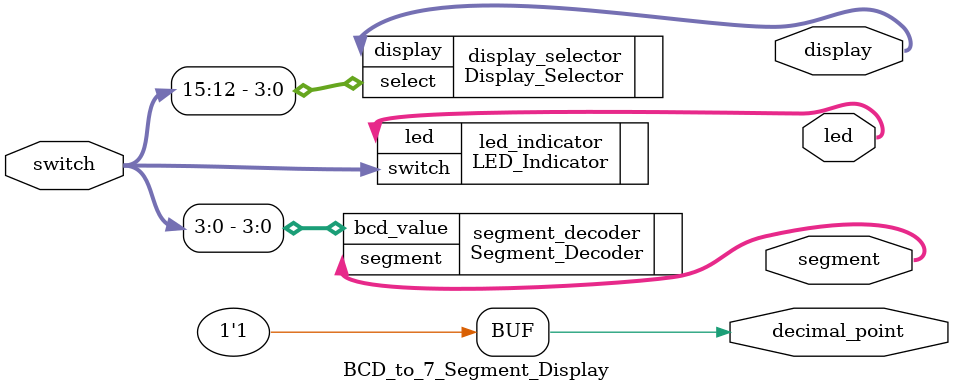
<source format=v>
`timescale 1ns / 1ps


module BCD_to_7_Segment_Display (
    input [15:0] switch,
    output [15:0] led,
    output [3:0] display,
    output decimal_point,
    output [6:0] segment
    );
    
    assign decimal_point = 'b1;
    
    LED_Indicator #(.WL(16)) led_indicator (
    .switch(switch),
    .led(led)
    );
    
    Display_Selector display_selector (
    .select(switch[15:12]),
    .display(display)
    );
    
    Segment_Decoder segment_decoder (
    .bcd_value(switch[3:0]),
    .segment(segment)
    );
endmodule

</source>
